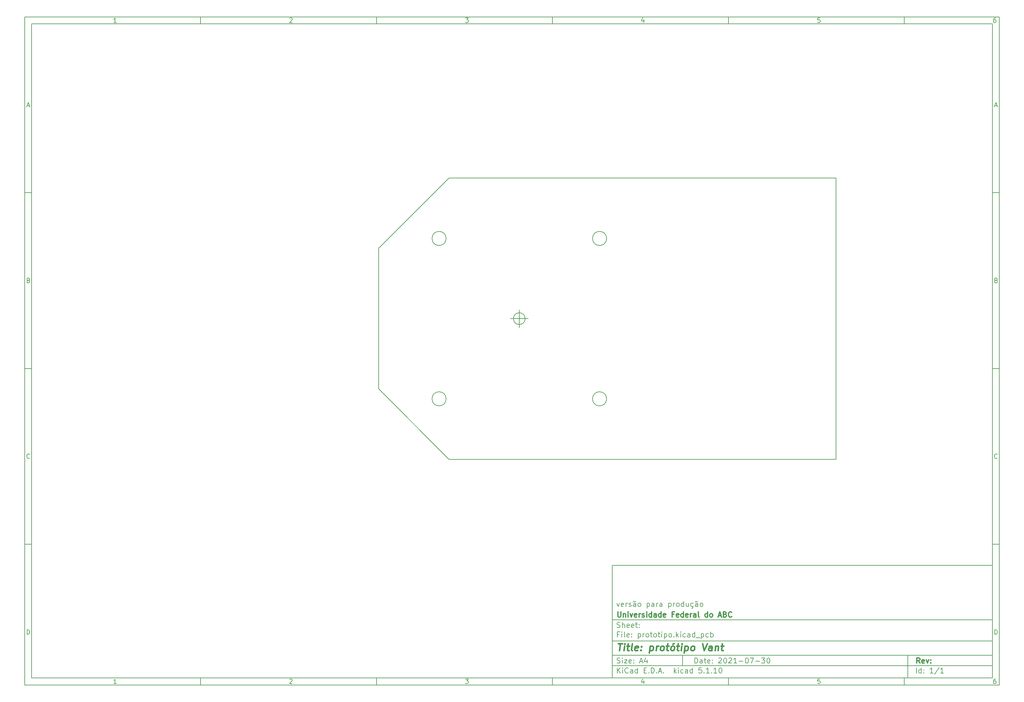
<source format=gbr>
%TF.GenerationSoftware,KiCad,Pcbnew,5.1.10*%
%TF.CreationDate,2021-08-11T12:17:18-03:00*%
%TF.ProjectId,prototipo,70726f74-6f74-4697-906f-2e6b69636164,rev?*%
%TF.SameCoordinates,Original*%
%TF.FileFunction,Profile,NP*%
%FSLAX46Y46*%
G04 Gerber Fmt 4.6, Leading zero omitted, Abs format (unit mm)*
G04 Created by KiCad (PCBNEW 5.1.10) date 2021-08-11 12:17:18*
%MOMM*%
%LPD*%
G01*
G04 APERTURE LIST*
%ADD10C,0.100000*%
%ADD11C,0.150000*%
%ADD12C,0.300000*%
%ADD13C,0.400000*%
%TA.AperFunction,Profile*%
%ADD14C,0.200000*%
%TD*%
G04 APERTURE END LIST*
D10*
D11*
X177002200Y-166007200D02*
X177002200Y-198007200D01*
X285002200Y-198007200D01*
X285002200Y-166007200D01*
X177002200Y-166007200D01*
D10*
D11*
X10000000Y-10000000D02*
X10000000Y-200007200D01*
X287002200Y-200007200D01*
X287002200Y-10000000D01*
X10000000Y-10000000D01*
D10*
D11*
X12000000Y-12000000D02*
X12000000Y-198007200D01*
X285002200Y-198007200D01*
X285002200Y-12000000D01*
X12000000Y-12000000D01*
D10*
D11*
X60000000Y-12000000D02*
X60000000Y-10000000D01*
D10*
D11*
X110000000Y-12000000D02*
X110000000Y-10000000D01*
D10*
D11*
X160000000Y-12000000D02*
X160000000Y-10000000D01*
D10*
D11*
X210000000Y-12000000D02*
X210000000Y-10000000D01*
D10*
D11*
X260000000Y-12000000D02*
X260000000Y-10000000D01*
D10*
D11*
X36065476Y-11588095D02*
X35322619Y-11588095D01*
X35694047Y-11588095D02*
X35694047Y-10288095D01*
X35570238Y-10473809D01*
X35446428Y-10597619D01*
X35322619Y-10659523D01*
D10*
D11*
X85322619Y-10411904D02*
X85384523Y-10350000D01*
X85508333Y-10288095D01*
X85817857Y-10288095D01*
X85941666Y-10350000D01*
X86003571Y-10411904D01*
X86065476Y-10535714D01*
X86065476Y-10659523D01*
X86003571Y-10845238D01*
X85260714Y-11588095D01*
X86065476Y-11588095D01*
D10*
D11*
X135260714Y-10288095D02*
X136065476Y-10288095D01*
X135632142Y-10783333D01*
X135817857Y-10783333D01*
X135941666Y-10845238D01*
X136003571Y-10907142D01*
X136065476Y-11030952D01*
X136065476Y-11340476D01*
X136003571Y-11464285D01*
X135941666Y-11526190D01*
X135817857Y-11588095D01*
X135446428Y-11588095D01*
X135322619Y-11526190D01*
X135260714Y-11464285D01*
D10*
D11*
X185941666Y-10721428D02*
X185941666Y-11588095D01*
X185632142Y-10226190D02*
X185322619Y-11154761D01*
X186127380Y-11154761D01*
D10*
D11*
X236003571Y-10288095D02*
X235384523Y-10288095D01*
X235322619Y-10907142D01*
X235384523Y-10845238D01*
X235508333Y-10783333D01*
X235817857Y-10783333D01*
X235941666Y-10845238D01*
X236003571Y-10907142D01*
X236065476Y-11030952D01*
X236065476Y-11340476D01*
X236003571Y-11464285D01*
X235941666Y-11526190D01*
X235817857Y-11588095D01*
X235508333Y-11588095D01*
X235384523Y-11526190D01*
X235322619Y-11464285D01*
D10*
D11*
X285941666Y-10288095D02*
X285694047Y-10288095D01*
X285570238Y-10350000D01*
X285508333Y-10411904D01*
X285384523Y-10597619D01*
X285322619Y-10845238D01*
X285322619Y-11340476D01*
X285384523Y-11464285D01*
X285446428Y-11526190D01*
X285570238Y-11588095D01*
X285817857Y-11588095D01*
X285941666Y-11526190D01*
X286003571Y-11464285D01*
X286065476Y-11340476D01*
X286065476Y-11030952D01*
X286003571Y-10907142D01*
X285941666Y-10845238D01*
X285817857Y-10783333D01*
X285570238Y-10783333D01*
X285446428Y-10845238D01*
X285384523Y-10907142D01*
X285322619Y-11030952D01*
D10*
D11*
X60000000Y-198007200D02*
X60000000Y-200007200D01*
D10*
D11*
X110000000Y-198007200D02*
X110000000Y-200007200D01*
D10*
D11*
X160000000Y-198007200D02*
X160000000Y-200007200D01*
D10*
D11*
X210000000Y-198007200D02*
X210000000Y-200007200D01*
D10*
D11*
X260000000Y-198007200D02*
X260000000Y-200007200D01*
D10*
D11*
X36065476Y-199595295D02*
X35322619Y-199595295D01*
X35694047Y-199595295D02*
X35694047Y-198295295D01*
X35570238Y-198481009D01*
X35446428Y-198604819D01*
X35322619Y-198666723D01*
D10*
D11*
X85322619Y-198419104D02*
X85384523Y-198357200D01*
X85508333Y-198295295D01*
X85817857Y-198295295D01*
X85941666Y-198357200D01*
X86003571Y-198419104D01*
X86065476Y-198542914D01*
X86065476Y-198666723D01*
X86003571Y-198852438D01*
X85260714Y-199595295D01*
X86065476Y-199595295D01*
D10*
D11*
X135260714Y-198295295D02*
X136065476Y-198295295D01*
X135632142Y-198790533D01*
X135817857Y-198790533D01*
X135941666Y-198852438D01*
X136003571Y-198914342D01*
X136065476Y-199038152D01*
X136065476Y-199347676D01*
X136003571Y-199471485D01*
X135941666Y-199533390D01*
X135817857Y-199595295D01*
X135446428Y-199595295D01*
X135322619Y-199533390D01*
X135260714Y-199471485D01*
D10*
D11*
X185941666Y-198728628D02*
X185941666Y-199595295D01*
X185632142Y-198233390D02*
X185322619Y-199161961D01*
X186127380Y-199161961D01*
D10*
D11*
X236003571Y-198295295D02*
X235384523Y-198295295D01*
X235322619Y-198914342D01*
X235384523Y-198852438D01*
X235508333Y-198790533D01*
X235817857Y-198790533D01*
X235941666Y-198852438D01*
X236003571Y-198914342D01*
X236065476Y-199038152D01*
X236065476Y-199347676D01*
X236003571Y-199471485D01*
X235941666Y-199533390D01*
X235817857Y-199595295D01*
X235508333Y-199595295D01*
X235384523Y-199533390D01*
X235322619Y-199471485D01*
D10*
D11*
X285941666Y-198295295D02*
X285694047Y-198295295D01*
X285570238Y-198357200D01*
X285508333Y-198419104D01*
X285384523Y-198604819D01*
X285322619Y-198852438D01*
X285322619Y-199347676D01*
X285384523Y-199471485D01*
X285446428Y-199533390D01*
X285570238Y-199595295D01*
X285817857Y-199595295D01*
X285941666Y-199533390D01*
X286003571Y-199471485D01*
X286065476Y-199347676D01*
X286065476Y-199038152D01*
X286003571Y-198914342D01*
X285941666Y-198852438D01*
X285817857Y-198790533D01*
X285570238Y-198790533D01*
X285446428Y-198852438D01*
X285384523Y-198914342D01*
X285322619Y-199038152D01*
D10*
D11*
X10000000Y-60000000D02*
X12000000Y-60000000D01*
D10*
D11*
X10000000Y-110000000D02*
X12000000Y-110000000D01*
D10*
D11*
X10000000Y-160000000D02*
X12000000Y-160000000D01*
D10*
D11*
X10690476Y-35216666D02*
X11309523Y-35216666D01*
X10566666Y-35588095D02*
X11000000Y-34288095D01*
X11433333Y-35588095D01*
D10*
D11*
X11092857Y-84907142D02*
X11278571Y-84969047D01*
X11340476Y-85030952D01*
X11402380Y-85154761D01*
X11402380Y-85340476D01*
X11340476Y-85464285D01*
X11278571Y-85526190D01*
X11154761Y-85588095D01*
X10659523Y-85588095D01*
X10659523Y-84288095D01*
X11092857Y-84288095D01*
X11216666Y-84350000D01*
X11278571Y-84411904D01*
X11340476Y-84535714D01*
X11340476Y-84659523D01*
X11278571Y-84783333D01*
X11216666Y-84845238D01*
X11092857Y-84907142D01*
X10659523Y-84907142D01*
D10*
D11*
X11402380Y-135464285D02*
X11340476Y-135526190D01*
X11154761Y-135588095D01*
X11030952Y-135588095D01*
X10845238Y-135526190D01*
X10721428Y-135402380D01*
X10659523Y-135278571D01*
X10597619Y-135030952D01*
X10597619Y-134845238D01*
X10659523Y-134597619D01*
X10721428Y-134473809D01*
X10845238Y-134350000D01*
X11030952Y-134288095D01*
X11154761Y-134288095D01*
X11340476Y-134350000D01*
X11402380Y-134411904D01*
D10*
D11*
X10659523Y-185588095D02*
X10659523Y-184288095D01*
X10969047Y-184288095D01*
X11154761Y-184350000D01*
X11278571Y-184473809D01*
X11340476Y-184597619D01*
X11402380Y-184845238D01*
X11402380Y-185030952D01*
X11340476Y-185278571D01*
X11278571Y-185402380D01*
X11154761Y-185526190D01*
X10969047Y-185588095D01*
X10659523Y-185588095D01*
D10*
D11*
X287002200Y-60000000D02*
X285002200Y-60000000D01*
D10*
D11*
X287002200Y-110000000D02*
X285002200Y-110000000D01*
D10*
D11*
X287002200Y-160000000D02*
X285002200Y-160000000D01*
D10*
D11*
X285692676Y-35216666D02*
X286311723Y-35216666D01*
X285568866Y-35588095D02*
X286002200Y-34288095D01*
X286435533Y-35588095D01*
D10*
D11*
X286095057Y-84907142D02*
X286280771Y-84969047D01*
X286342676Y-85030952D01*
X286404580Y-85154761D01*
X286404580Y-85340476D01*
X286342676Y-85464285D01*
X286280771Y-85526190D01*
X286156961Y-85588095D01*
X285661723Y-85588095D01*
X285661723Y-84288095D01*
X286095057Y-84288095D01*
X286218866Y-84350000D01*
X286280771Y-84411904D01*
X286342676Y-84535714D01*
X286342676Y-84659523D01*
X286280771Y-84783333D01*
X286218866Y-84845238D01*
X286095057Y-84907142D01*
X285661723Y-84907142D01*
D10*
D11*
X286404580Y-135464285D02*
X286342676Y-135526190D01*
X286156961Y-135588095D01*
X286033152Y-135588095D01*
X285847438Y-135526190D01*
X285723628Y-135402380D01*
X285661723Y-135278571D01*
X285599819Y-135030952D01*
X285599819Y-134845238D01*
X285661723Y-134597619D01*
X285723628Y-134473809D01*
X285847438Y-134350000D01*
X286033152Y-134288095D01*
X286156961Y-134288095D01*
X286342676Y-134350000D01*
X286404580Y-134411904D01*
D10*
D11*
X285661723Y-185588095D02*
X285661723Y-184288095D01*
X285971247Y-184288095D01*
X286156961Y-184350000D01*
X286280771Y-184473809D01*
X286342676Y-184597619D01*
X286404580Y-184845238D01*
X286404580Y-185030952D01*
X286342676Y-185278571D01*
X286280771Y-185402380D01*
X286156961Y-185526190D01*
X285971247Y-185588095D01*
X285661723Y-185588095D01*
D10*
D11*
X200434342Y-193785771D02*
X200434342Y-192285771D01*
X200791485Y-192285771D01*
X201005771Y-192357200D01*
X201148628Y-192500057D01*
X201220057Y-192642914D01*
X201291485Y-192928628D01*
X201291485Y-193142914D01*
X201220057Y-193428628D01*
X201148628Y-193571485D01*
X201005771Y-193714342D01*
X200791485Y-193785771D01*
X200434342Y-193785771D01*
X202577200Y-193785771D02*
X202577200Y-193000057D01*
X202505771Y-192857200D01*
X202362914Y-192785771D01*
X202077200Y-192785771D01*
X201934342Y-192857200D01*
X202577200Y-193714342D02*
X202434342Y-193785771D01*
X202077200Y-193785771D01*
X201934342Y-193714342D01*
X201862914Y-193571485D01*
X201862914Y-193428628D01*
X201934342Y-193285771D01*
X202077200Y-193214342D01*
X202434342Y-193214342D01*
X202577200Y-193142914D01*
X203077200Y-192785771D02*
X203648628Y-192785771D01*
X203291485Y-192285771D02*
X203291485Y-193571485D01*
X203362914Y-193714342D01*
X203505771Y-193785771D01*
X203648628Y-193785771D01*
X204720057Y-193714342D02*
X204577200Y-193785771D01*
X204291485Y-193785771D01*
X204148628Y-193714342D01*
X204077200Y-193571485D01*
X204077200Y-193000057D01*
X204148628Y-192857200D01*
X204291485Y-192785771D01*
X204577200Y-192785771D01*
X204720057Y-192857200D01*
X204791485Y-193000057D01*
X204791485Y-193142914D01*
X204077200Y-193285771D01*
X205434342Y-193642914D02*
X205505771Y-193714342D01*
X205434342Y-193785771D01*
X205362914Y-193714342D01*
X205434342Y-193642914D01*
X205434342Y-193785771D01*
X205434342Y-192857200D02*
X205505771Y-192928628D01*
X205434342Y-193000057D01*
X205362914Y-192928628D01*
X205434342Y-192857200D01*
X205434342Y-193000057D01*
X207220057Y-192428628D02*
X207291485Y-192357200D01*
X207434342Y-192285771D01*
X207791485Y-192285771D01*
X207934342Y-192357200D01*
X208005771Y-192428628D01*
X208077200Y-192571485D01*
X208077200Y-192714342D01*
X208005771Y-192928628D01*
X207148628Y-193785771D01*
X208077200Y-193785771D01*
X209005771Y-192285771D02*
X209148628Y-192285771D01*
X209291485Y-192357200D01*
X209362914Y-192428628D01*
X209434342Y-192571485D01*
X209505771Y-192857200D01*
X209505771Y-193214342D01*
X209434342Y-193500057D01*
X209362914Y-193642914D01*
X209291485Y-193714342D01*
X209148628Y-193785771D01*
X209005771Y-193785771D01*
X208862914Y-193714342D01*
X208791485Y-193642914D01*
X208720057Y-193500057D01*
X208648628Y-193214342D01*
X208648628Y-192857200D01*
X208720057Y-192571485D01*
X208791485Y-192428628D01*
X208862914Y-192357200D01*
X209005771Y-192285771D01*
X210077200Y-192428628D02*
X210148628Y-192357200D01*
X210291485Y-192285771D01*
X210648628Y-192285771D01*
X210791485Y-192357200D01*
X210862914Y-192428628D01*
X210934342Y-192571485D01*
X210934342Y-192714342D01*
X210862914Y-192928628D01*
X210005771Y-193785771D01*
X210934342Y-193785771D01*
X212362914Y-193785771D02*
X211505771Y-193785771D01*
X211934342Y-193785771D02*
X211934342Y-192285771D01*
X211791485Y-192500057D01*
X211648628Y-192642914D01*
X211505771Y-192714342D01*
X213005771Y-193214342D02*
X214148628Y-193214342D01*
X215148628Y-192285771D02*
X215291485Y-192285771D01*
X215434342Y-192357200D01*
X215505771Y-192428628D01*
X215577200Y-192571485D01*
X215648628Y-192857200D01*
X215648628Y-193214342D01*
X215577200Y-193500057D01*
X215505771Y-193642914D01*
X215434342Y-193714342D01*
X215291485Y-193785771D01*
X215148628Y-193785771D01*
X215005771Y-193714342D01*
X214934342Y-193642914D01*
X214862914Y-193500057D01*
X214791485Y-193214342D01*
X214791485Y-192857200D01*
X214862914Y-192571485D01*
X214934342Y-192428628D01*
X215005771Y-192357200D01*
X215148628Y-192285771D01*
X216148628Y-192285771D02*
X217148628Y-192285771D01*
X216505771Y-193785771D01*
X217720057Y-193214342D02*
X218862914Y-193214342D01*
X219434342Y-192285771D02*
X220362914Y-192285771D01*
X219862914Y-192857200D01*
X220077200Y-192857200D01*
X220220057Y-192928628D01*
X220291485Y-193000057D01*
X220362914Y-193142914D01*
X220362914Y-193500057D01*
X220291485Y-193642914D01*
X220220057Y-193714342D01*
X220077200Y-193785771D01*
X219648628Y-193785771D01*
X219505771Y-193714342D01*
X219434342Y-193642914D01*
X221291485Y-192285771D02*
X221434342Y-192285771D01*
X221577200Y-192357200D01*
X221648628Y-192428628D01*
X221720057Y-192571485D01*
X221791485Y-192857200D01*
X221791485Y-193214342D01*
X221720057Y-193500057D01*
X221648628Y-193642914D01*
X221577200Y-193714342D01*
X221434342Y-193785771D01*
X221291485Y-193785771D01*
X221148628Y-193714342D01*
X221077200Y-193642914D01*
X221005771Y-193500057D01*
X220934342Y-193214342D01*
X220934342Y-192857200D01*
X221005771Y-192571485D01*
X221077200Y-192428628D01*
X221148628Y-192357200D01*
X221291485Y-192285771D01*
D10*
D11*
X177002200Y-194507200D02*
X285002200Y-194507200D01*
D10*
D11*
X178434342Y-196585771D02*
X178434342Y-195085771D01*
X179291485Y-196585771D02*
X178648628Y-195728628D01*
X179291485Y-195085771D02*
X178434342Y-195942914D01*
X179934342Y-196585771D02*
X179934342Y-195585771D01*
X179934342Y-195085771D02*
X179862914Y-195157200D01*
X179934342Y-195228628D01*
X180005771Y-195157200D01*
X179934342Y-195085771D01*
X179934342Y-195228628D01*
X181505771Y-196442914D02*
X181434342Y-196514342D01*
X181220057Y-196585771D01*
X181077200Y-196585771D01*
X180862914Y-196514342D01*
X180720057Y-196371485D01*
X180648628Y-196228628D01*
X180577200Y-195942914D01*
X180577200Y-195728628D01*
X180648628Y-195442914D01*
X180720057Y-195300057D01*
X180862914Y-195157200D01*
X181077200Y-195085771D01*
X181220057Y-195085771D01*
X181434342Y-195157200D01*
X181505771Y-195228628D01*
X182791485Y-196585771D02*
X182791485Y-195800057D01*
X182720057Y-195657200D01*
X182577200Y-195585771D01*
X182291485Y-195585771D01*
X182148628Y-195657200D01*
X182791485Y-196514342D02*
X182648628Y-196585771D01*
X182291485Y-196585771D01*
X182148628Y-196514342D01*
X182077200Y-196371485D01*
X182077200Y-196228628D01*
X182148628Y-196085771D01*
X182291485Y-196014342D01*
X182648628Y-196014342D01*
X182791485Y-195942914D01*
X184148628Y-196585771D02*
X184148628Y-195085771D01*
X184148628Y-196514342D02*
X184005771Y-196585771D01*
X183720057Y-196585771D01*
X183577200Y-196514342D01*
X183505771Y-196442914D01*
X183434342Y-196300057D01*
X183434342Y-195871485D01*
X183505771Y-195728628D01*
X183577200Y-195657200D01*
X183720057Y-195585771D01*
X184005771Y-195585771D01*
X184148628Y-195657200D01*
X186005771Y-195800057D02*
X186505771Y-195800057D01*
X186720057Y-196585771D02*
X186005771Y-196585771D01*
X186005771Y-195085771D01*
X186720057Y-195085771D01*
X187362914Y-196442914D02*
X187434342Y-196514342D01*
X187362914Y-196585771D01*
X187291485Y-196514342D01*
X187362914Y-196442914D01*
X187362914Y-196585771D01*
X188077200Y-196585771D02*
X188077200Y-195085771D01*
X188434342Y-195085771D01*
X188648628Y-195157200D01*
X188791485Y-195300057D01*
X188862914Y-195442914D01*
X188934342Y-195728628D01*
X188934342Y-195942914D01*
X188862914Y-196228628D01*
X188791485Y-196371485D01*
X188648628Y-196514342D01*
X188434342Y-196585771D01*
X188077200Y-196585771D01*
X189577200Y-196442914D02*
X189648628Y-196514342D01*
X189577200Y-196585771D01*
X189505771Y-196514342D01*
X189577200Y-196442914D01*
X189577200Y-196585771D01*
X190220057Y-196157200D02*
X190934342Y-196157200D01*
X190077200Y-196585771D02*
X190577200Y-195085771D01*
X191077200Y-196585771D01*
X191577200Y-196442914D02*
X191648628Y-196514342D01*
X191577200Y-196585771D01*
X191505771Y-196514342D01*
X191577200Y-196442914D01*
X191577200Y-196585771D01*
X194577200Y-196585771D02*
X194577200Y-195085771D01*
X194720057Y-196014342D02*
X195148628Y-196585771D01*
X195148628Y-195585771D02*
X194577200Y-196157200D01*
X195791485Y-196585771D02*
X195791485Y-195585771D01*
X195791485Y-195085771D02*
X195720057Y-195157200D01*
X195791485Y-195228628D01*
X195862914Y-195157200D01*
X195791485Y-195085771D01*
X195791485Y-195228628D01*
X197148628Y-196514342D02*
X197005771Y-196585771D01*
X196720057Y-196585771D01*
X196577200Y-196514342D01*
X196505771Y-196442914D01*
X196434342Y-196300057D01*
X196434342Y-195871485D01*
X196505771Y-195728628D01*
X196577200Y-195657200D01*
X196720057Y-195585771D01*
X197005771Y-195585771D01*
X197148628Y-195657200D01*
X198434342Y-196585771D02*
X198434342Y-195800057D01*
X198362914Y-195657200D01*
X198220057Y-195585771D01*
X197934342Y-195585771D01*
X197791485Y-195657200D01*
X198434342Y-196514342D02*
X198291485Y-196585771D01*
X197934342Y-196585771D01*
X197791485Y-196514342D01*
X197720057Y-196371485D01*
X197720057Y-196228628D01*
X197791485Y-196085771D01*
X197934342Y-196014342D01*
X198291485Y-196014342D01*
X198434342Y-195942914D01*
X199791485Y-196585771D02*
X199791485Y-195085771D01*
X199791485Y-196514342D02*
X199648628Y-196585771D01*
X199362914Y-196585771D01*
X199220057Y-196514342D01*
X199148628Y-196442914D01*
X199077200Y-196300057D01*
X199077200Y-195871485D01*
X199148628Y-195728628D01*
X199220057Y-195657200D01*
X199362914Y-195585771D01*
X199648628Y-195585771D01*
X199791485Y-195657200D01*
X202362914Y-195085771D02*
X201648628Y-195085771D01*
X201577200Y-195800057D01*
X201648628Y-195728628D01*
X201791485Y-195657200D01*
X202148628Y-195657200D01*
X202291485Y-195728628D01*
X202362914Y-195800057D01*
X202434342Y-195942914D01*
X202434342Y-196300057D01*
X202362914Y-196442914D01*
X202291485Y-196514342D01*
X202148628Y-196585771D01*
X201791485Y-196585771D01*
X201648628Y-196514342D01*
X201577200Y-196442914D01*
X203077200Y-196442914D02*
X203148628Y-196514342D01*
X203077200Y-196585771D01*
X203005771Y-196514342D01*
X203077200Y-196442914D01*
X203077200Y-196585771D01*
X204577200Y-196585771D02*
X203720057Y-196585771D01*
X204148628Y-196585771D02*
X204148628Y-195085771D01*
X204005771Y-195300057D01*
X203862914Y-195442914D01*
X203720057Y-195514342D01*
X205220057Y-196442914D02*
X205291485Y-196514342D01*
X205220057Y-196585771D01*
X205148628Y-196514342D01*
X205220057Y-196442914D01*
X205220057Y-196585771D01*
X206720057Y-196585771D02*
X205862914Y-196585771D01*
X206291485Y-196585771D02*
X206291485Y-195085771D01*
X206148628Y-195300057D01*
X206005771Y-195442914D01*
X205862914Y-195514342D01*
X207648628Y-195085771D02*
X207791485Y-195085771D01*
X207934342Y-195157200D01*
X208005771Y-195228628D01*
X208077200Y-195371485D01*
X208148628Y-195657200D01*
X208148628Y-196014342D01*
X208077200Y-196300057D01*
X208005771Y-196442914D01*
X207934342Y-196514342D01*
X207791485Y-196585771D01*
X207648628Y-196585771D01*
X207505771Y-196514342D01*
X207434342Y-196442914D01*
X207362914Y-196300057D01*
X207291485Y-196014342D01*
X207291485Y-195657200D01*
X207362914Y-195371485D01*
X207434342Y-195228628D01*
X207505771Y-195157200D01*
X207648628Y-195085771D01*
D10*
D11*
X177002200Y-191507200D02*
X285002200Y-191507200D01*
D10*
D12*
X264411485Y-193785771D02*
X263911485Y-193071485D01*
X263554342Y-193785771D02*
X263554342Y-192285771D01*
X264125771Y-192285771D01*
X264268628Y-192357200D01*
X264340057Y-192428628D01*
X264411485Y-192571485D01*
X264411485Y-192785771D01*
X264340057Y-192928628D01*
X264268628Y-193000057D01*
X264125771Y-193071485D01*
X263554342Y-193071485D01*
X265625771Y-193714342D02*
X265482914Y-193785771D01*
X265197200Y-193785771D01*
X265054342Y-193714342D01*
X264982914Y-193571485D01*
X264982914Y-193000057D01*
X265054342Y-192857200D01*
X265197200Y-192785771D01*
X265482914Y-192785771D01*
X265625771Y-192857200D01*
X265697200Y-193000057D01*
X265697200Y-193142914D01*
X264982914Y-193285771D01*
X266197200Y-192785771D02*
X266554342Y-193785771D01*
X266911485Y-192785771D01*
X267482914Y-193642914D02*
X267554342Y-193714342D01*
X267482914Y-193785771D01*
X267411485Y-193714342D01*
X267482914Y-193642914D01*
X267482914Y-193785771D01*
X267482914Y-192857200D02*
X267554342Y-192928628D01*
X267482914Y-193000057D01*
X267411485Y-192928628D01*
X267482914Y-192857200D01*
X267482914Y-193000057D01*
D10*
D11*
X178362914Y-193714342D02*
X178577200Y-193785771D01*
X178934342Y-193785771D01*
X179077200Y-193714342D01*
X179148628Y-193642914D01*
X179220057Y-193500057D01*
X179220057Y-193357200D01*
X179148628Y-193214342D01*
X179077200Y-193142914D01*
X178934342Y-193071485D01*
X178648628Y-193000057D01*
X178505771Y-192928628D01*
X178434342Y-192857200D01*
X178362914Y-192714342D01*
X178362914Y-192571485D01*
X178434342Y-192428628D01*
X178505771Y-192357200D01*
X178648628Y-192285771D01*
X179005771Y-192285771D01*
X179220057Y-192357200D01*
X179862914Y-193785771D02*
X179862914Y-192785771D01*
X179862914Y-192285771D02*
X179791485Y-192357200D01*
X179862914Y-192428628D01*
X179934342Y-192357200D01*
X179862914Y-192285771D01*
X179862914Y-192428628D01*
X180434342Y-192785771D02*
X181220057Y-192785771D01*
X180434342Y-193785771D01*
X181220057Y-193785771D01*
X182362914Y-193714342D02*
X182220057Y-193785771D01*
X181934342Y-193785771D01*
X181791485Y-193714342D01*
X181720057Y-193571485D01*
X181720057Y-193000057D01*
X181791485Y-192857200D01*
X181934342Y-192785771D01*
X182220057Y-192785771D01*
X182362914Y-192857200D01*
X182434342Y-193000057D01*
X182434342Y-193142914D01*
X181720057Y-193285771D01*
X183077200Y-193642914D02*
X183148628Y-193714342D01*
X183077200Y-193785771D01*
X183005771Y-193714342D01*
X183077200Y-193642914D01*
X183077200Y-193785771D01*
X183077200Y-192857200D02*
X183148628Y-192928628D01*
X183077200Y-193000057D01*
X183005771Y-192928628D01*
X183077200Y-192857200D01*
X183077200Y-193000057D01*
X184862914Y-193357200D02*
X185577200Y-193357200D01*
X184720057Y-193785771D02*
X185220057Y-192285771D01*
X185720057Y-193785771D01*
X186862914Y-192785771D02*
X186862914Y-193785771D01*
X186505771Y-192214342D02*
X186148628Y-193285771D01*
X187077200Y-193285771D01*
D10*
D11*
X263434342Y-196585771D02*
X263434342Y-195085771D01*
X264791485Y-196585771D02*
X264791485Y-195085771D01*
X264791485Y-196514342D02*
X264648628Y-196585771D01*
X264362914Y-196585771D01*
X264220057Y-196514342D01*
X264148628Y-196442914D01*
X264077200Y-196300057D01*
X264077200Y-195871485D01*
X264148628Y-195728628D01*
X264220057Y-195657200D01*
X264362914Y-195585771D01*
X264648628Y-195585771D01*
X264791485Y-195657200D01*
X265505771Y-196442914D02*
X265577200Y-196514342D01*
X265505771Y-196585771D01*
X265434342Y-196514342D01*
X265505771Y-196442914D01*
X265505771Y-196585771D01*
X265505771Y-195657200D02*
X265577200Y-195728628D01*
X265505771Y-195800057D01*
X265434342Y-195728628D01*
X265505771Y-195657200D01*
X265505771Y-195800057D01*
X268148628Y-196585771D02*
X267291485Y-196585771D01*
X267720057Y-196585771D02*
X267720057Y-195085771D01*
X267577200Y-195300057D01*
X267434342Y-195442914D01*
X267291485Y-195514342D01*
X269862914Y-195014342D02*
X268577200Y-196942914D01*
X271148628Y-196585771D02*
X270291485Y-196585771D01*
X270720057Y-196585771D02*
X270720057Y-195085771D01*
X270577200Y-195300057D01*
X270434342Y-195442914D01*
X270291485Y-195514342D01*
D10*
D11*
X177002200Y-187507200D02*
X285002200Y-187507200D01*
D10*
D13*
X178714580Y-188211961D02*
X179857438Y-188211961D01*
X179036009Y-190211961D02*
X179286009Y-188211961D01*
X180274104Y-190211961D02*
X180440771Y-188878628D01*
X180524104Y-188211961D02*
X180416961Y-188307200D01*
X180500295Y-188402438D01*
X180607438Y-188307200D01*
X180524104Y-188211961D01*
X180500295Y-188402438D01*
X181107438Y-188878628D02*
X181869342Y-188878628D01*
X181476485Y-188211961D02*
X181262200Y-189926247D01*
X181333628Y-190116723D01*
X181512200Y-190211961D01*
X181702676Y-190211961D01*
X182655057Y-190211961D02*
X182476485Y-190116723D01*
X182405057Y-189926247D01*
X182619342Y-188211961D01*
X184190771Y-190116723D02*
X183988390Y-190211961D01*
X183607438Y-190211961D01*
X183428866Y-190116723D01*
X183357438Y-189926247D01*
X183452676Y-189164342D01*
X183571723Y-188973866D01*
X183774104Y-188878628D01*
X184155057Y-188878628D01*
X184333628Y-188973866D01*
X184405057Y-189164342D01*
X184381247Y-189354819D01*
X183405057Y-189545295D01*
X185155057Y-190021485D02*
X185238390Y-190116723D01*
X185131247Y-190211961D01*
X185047914Y-190116723D01*
X185155057Y-190021485D01*
X185131247Y-190211961D01*
X185286009Y-188973866D02*
X185369342Y-189069104D01*
X185262200Y-189164342D01*
X185178866Y-189069104D01*
X185286009Y-188973866D01*
X185262200Y-189164342D01*
X187774104Y-188878628D02*
X187524104Y-190878628D01*
X187762200Y-188973866D02*
X187964580Y-188878628D01*
X188345533Y-188878628D01*
X188524104Y-188973866D01*
X188607438Y-189069104D01*
X188678866Y-189259580D01*
X188607438Y-189831009D01*
X188488390Y-190021485D01*
X188381247Y-190116723D01*
X188178866Y-190211961D01*
X187797914Y-190211961D01*
X187619342Y-190116723D01*
X189416961Y-190211961D02*
X189583628Y-188878628D01*
X189536009Y-189259580D02*
X189655057Y-189069104D01*
X189762200Y-188973866D01*
X189964580Y-188878628D01*
X190155057Y-188878628D01*
X190940771Y-190211961D02*
X190762200Y-190116723D01*
X190678866Y-190021485D01*
X190607438Y-189831009D01*
X190678866Y-189259580D01*
X190797914Y-189069104D01*
X190905057Y-188973866D01*
X191107438Y-188878628D01*
X191393152Y-188878628D01*
X191571723Y-188973866D01*
X191655057Y-189069104D01*
X191726485Y-189259580D01*
X191655057Y-189831009D01*
X191536009Y-190021485D01*
X191428866Y-190116723D01*
X191226485Y-190211961D01*
X190940771Y-190211961D01*
X192345533Y-188878628D02*
X193107438Y-188878628D01*
X192714580Y-188211961D02*
X192500295Y-189926247D01*
X192571723Y-190116723D01*
X192750295Y-190211961D01*
X192940771Y-190211961D01*
X193893152Y-190211961D02*
X193714580Y-190116723D01*
X193631247Y-190021485D01*
X193559819Y-189831009D01*
X193631247Y-189259580D01*
X193750295Y-189069104D01*
X193857438Y-188973866D01*
X194059819Y-188878628D01*
X194345533Y-188878628D01*
X194524104Y-188973866D01*
X194607438Y-189069104D01*
X194678866Y-189259580D01*
X194607438Y-189831009D01*
X194488390Y-190021485D01*
X194381247Y-190116723D01*
X194178866Y-190211961D01*
X193893152Y-190211961D01*
X194536009Y-188116723D02*
X194214580Y-188402438D01*
X195297914Y-188878628D02*
X196059819Y-188878628D01*
X195666961Y-188211961D02*
X195452676Y-189926247D01*
X195524104Y-190116723D01*
X195702676Y-190211961D01*
X195893152Y-190211961D01*
X196559819Y-190211961D02*
X196726485Y-188878628D01*
X196809819Y-188211961D02*
X196702676Y-188307200D01*
X196786009Y-188402438D01*
X196893152Y-188307200D01*
X196809819Y-188211961D01*
X196786009Y-188402438D01*
X197678866Y-188878628D02*
X197428866Y-190878628D01*
X197666961Y-188973866D02*
X197869342Y-188878628D01*
X198250295Y-188878628D01*
X198428866Y-188973866D01*
X198512200Y-189069104D01*
X198583628Y-189259580D01*
X198512200Y-189831009D01*
X198393152Y-190021485D01*
X198286009Y-190116723D01*
X198083628Y-190211961D01*
X197702676Y-190211961D01*
X197524104Y-190116723D01*
X199607438Y-190211961D02*
X199428866Y-190116723D01*
X199345533Y-190021485D01*
X199274104Y-189831009D01*
X199345533Y-189259580D01*
X199464580Y-189069104D01*
X199571723Y-188973866D01*
X199774104Y-188878628D01*
X200059819Y-188878628D01*
X200238390Y-188973866D01*
X200321723Y-189069104D01*
X200393152Y-189259580D01*
X200321723Y-189831009D01*
X200202676Y-190021485D01*
X200095533Y-190116723D01*
X199893152Y-190211961D01*
X199607438Y-190211961D01*
X202619342Y-188211961D02*
X203036009Y-190211961D01*
X203952676Y-188211961D01*
X205226485Y-190211961D02*
X205357438Y-189164342D01*
X205286009Y-188973866D01*
X205107438Y-188878628D01*
X204726485Y-188878628D01*
X204524104Y-188973866D01*
X205238390Y-190116723D02*
X205036009Y-190211961D01*
X204559819Y-190211961D01*
X204381247Y-190116723D01*
X204309819Y-189926247D01*
X204333628Y-189735771D01*
X204452676Y-189545295D01*
X204655057Y-189450057D01*
X205131247Y-189450057D01*
X205333628Y-189354819D01*
X206345533Y-188878628D02*
X206178866Y-190211961D01*
X206321723Y-189069104D02*
X206428866Y-188973866D01*
X206631247Y-188878628D01*
X206916961Y-188878628D01*
X207095533Y-188973866D01*
X207166961Y-189164342D01*
X207036009Y-190211961D01*
X207869342Y-188878628D02*
X208631247Y-188878628D01*
X208238390Y-188211961D02*
X208024104Y-189926247D01*
X208095533Y-190116723D01*
X208274104Y-190211961D01*
X208464580Y-190211961D01*
D10*
D11*
X178934342Y-185600057D02*
X178434342Y-185600057D01*
X178434342Y-186385771D02*
X178434342Y-184885771D01*
X179148628Y-184885771D01*
X179720057Y-186385771D02*
X179720057Y-185385771D01*
X179720057Y-184885771D02*
X179648628Y-184957200D01*
X179720057Y-185028628D01*
X179791485Y-184957200D01*
X179720057Y-184885771D01*
X179720057Y-185028628D01*
X180648628Y-186385771D02*
X180505771Y-186314342D01*
X180434342Y-186171485D01*
X180434342Y-184885771D01*
X181791485Y-186314342D02*
X181648628Y-186385771D01*
X181362914Y-186385771D01*
X181220057Y-186314342D01*
X181148628Y-186171485D01*
X181148628Y-185600057D01*
X181220057Y-185457200D01*
X181362914Y-185385771D01*
X181648628Y-185385771D01*
X181791485Y-185457200D01*
X181862914Y-185600057D01*
X181862914Y-185742914D01*
X181148628Y-185885771D01*
X182505771Y-186242914D02*
X182577200Y-186314342D01*
X182505771Y-186385771D01*
X182434342Y-186314342D01*
X182505771Y-186242914D01*
X182505771Y-186385771D01*
X182505771Y-185457200D02*
X182577200Y-185528628D01*
X182505771Y-185600057D01*
X182434342Y-185528628D01*
X182505771Y-185457200D01*
X182505771Y-185600057D01*
X184362914Y-185385771D02*
X184362914Y-186885771D01*
X184362914Y-185457200D02*
X184505771Y-185385771D01*
X184791485Y-185385771D01*
X184934342Y-185457200D01*
X185005771Y-185528628D01*
X185077200Y-185671485D01*
X185077200Y-186100057D01*
X185005771Y-186242914D01*
X184934342Y-186314342D01*
X184791485Y-186385771D01*
X184505771Y-186385771D01*
X184362914Y-186314342D01*
X185720057Y-186385771D02*
X185720057Y-185385771D01*
X185720057Y-185671485D02*
X185791485Y-185528628D01*
X185862914Y-185457200D01*
X186005771Y-185385771D01*
X186148628Y-185385771D01*
X186862914Y-186385771D02*
X186720057Y-186314342D01*
X186648628Y-186242914D01*
X186577200Y-186100057D01*
X186577200Y-185671485D01*
X186648628Y-185528628D01*
X186720057Y-185457200D01*
X186862914Y-185385771D01*
X187077200Y-185385771D01*
X187220057Y-185457200D01*
X187291485Y-185528628D01*
X187362914Y-185671485D01*
X187362914Y-186100057D01*
X187291485Y-186242914D01*
X187220057Y-186314342D01*
X187077200Y-186385771D01*
X186862914Y-186385771D01*
X187791485Y-185385771D02*
X188362914Y-185385771D01*
X188005771Y-184885771D02*
X188005771Y-186171485D01*
X188077200Y-186314342D01*
X188220057Y-186385771D01*
X188362914Y-186385771D01*
X189077200Y-186385771D02*
X188934342Y-186314342D01*
X188862914Y-186242914D01*
X188791485Y-186100057D01*
X188791485Y-185671485D01*
X188862914Y-185528628D01*
X188934342Y-185457200D01*
X189077200Y-185385771D01*
X189291485Y-185385771D01*
X189434342Y-185457200D01*
X189505771Y-185528628D01*
X189577200Y-185671485D01*
X189577200Y-186100057D01*
X189505771Y-186242914D01*
X189434342Y-186314342D01*
X189291485Y-186385771D01*
X189077200Y-186385771D01*
X190005771Y-185385771D02*
X190577200Y-185385771D01*
X190220057Y-184885771D02*
X190220057Y-186171485D01*
X190291485Y-186314342D01*
X190434342Y-186385771D01*
X190577200Y-186385771D01*
X191077200Y-186385771D02*
X191077200Y-185385771D01*
X191077200Y-184885771D02*
X191005771Y-184957200D01*
X191077200Y-185028628D01*
X191148628Y-184957200D01*
X191077200Y-184885771D01*
X191077200Y-185028628D01*
X191791485Y-185385771D02*
X191791485Y-186885771D01*
X191791485Y-185457200D02*
X191934342Y-185385771D01*
X192220057Y-185385771D01*
X192362914Y-185457200D01*
X192434342Y-185528628D01*
X192505771Y-185671485D01*
X192505771Y-186100057D01*
X192434342Y-186242914D01*
X192362914Y-186314342D01*
X192220057Y-186385771D01*
X191934342Y-186385771D01*
X191791485Y-186314342D01*
X193362914Y-186385771D02*
X193220057Y-186314342D01*
X193148628Y-186242914D01*
X193077200Y-186100057D01*
X193077200Y-185671485D01*
X193148628Y-185528628D01*
X193220057Y-185457200D01*
X193362914Y-185385771D01*
X193577200Y-185385771D01*
X193720057Y-185457200D01*
X193791485Y-185528628D01*
X193862914Y-185671485D01*
X193862914Y-186100057D01*
X193791485Y-186242914D01*
X193720057Y-186314342D01*
X193577200Y-186385771D01*
X193362914Y-186385771D01*
X194505771Y-186242914D02*
X194577200Y-186314342D01*
X194505771Y-186385771D01*
X194434342Y-186314342D01*
X194505771Y-186242914D01*
X194505771Y-186385771D01*
X195220057Y-186385771D02*
X195220057Y-184885771D01*
X195362914Y-185814342D02*
X195791485Y-186385771D01*
X195791485Y-185385771D02*
X195220057Y-185957200D01*
X196434342Y-186385771D02*
X196434342Y-185385771D01*
X196434342Y-184885771D02*
X196362914Y-184957200D01*
X196434342Y-185028628D01*
X196505771Y-184957200D01*
X196434342Y-184885771D01*
X196434342Y-185028628D01*
X197791485Y-186314342D02*
X197648628Y-186385771D01*
X197362914Y-186385771D01*
X197220057Y-186314342D01*
X197148628Y-186242914D01*
X197077200Y-186100057D01*
X197077200Y-185671485D01*
X197148628Y-185528628D01*
X197220057Y-185457200D01*
X197362914Y-185385771D01*
X197648628Y-185385771D01*
X197791485Y-185457200D01*
X199077200Y-186385771D02*
X199077200Y-185600057D01*
X199005771Y-185457200D01*
X198862914Y-185385771D01*
X198577200Y-185385771D01*
X198434342Y-185457200D01*
X199077200Y-186314342D02*
X198934342Y-186385771D01*
X198577200Y-186385771D01*
X198434342Y-186314342D01*
X198362914Y-186171485D01*
X198362914Y-186028628D01*
X198434342Y-185885771D01*
X198577200Y-185814342D01*
X198934342Y-185814342D01*
X199077200Y-185742914D01*
X200434342Y-186385771D02*
X200434342Y-184885771D01*
X200434342Y-186314342D02*
X200291485Y-186385771D01*
X200005771Y-186385771D01*
X199862914Y-186314342D01*
X199791485Y-186242914D01*
X199720057Y-186100057D01*
X199720057Y-185671485D01*
X199791485Y-185528628D01*
X199862914Y-185457200D01*
X200005771Y-185385771D01*
X200291485Y-185385771D01*
X200434342Y-185457200D01*
X200791485Y-186528628D02*
X201934342Y-186528628D01*
X202291485Y-185385771D02*
X202291485Y-186885771D01*
X202291485Y-185457200D02*
X202434342Y-185385771D01*
X202720057Y-185385771D01*
X202862914Y-185457200D01*
X202934342Y-185528628D01*
X203005771Y-185671485D01*
X203005771Y-186100057D01*
X202934342Y-186242914D01*
X202862914Y-186314342D01*
X202720057Y-186385771D01*
X202434342Y-186385771D01*
X202291485Y-186314342D01*
X204291485Y-186314342D02*
X204148628Y-186385771D01*
X203862914Y-186385771D01*
X203720057Y-186314342D01*
X203648628Y-186242914D01*
X203577200Y-186100057D01*
X203577200Y-185671485D01*
X203648628Y-185528628D01*
X203720057Y-185457200D01*
X203862914Y-185385771D01*
X204148628Y-185385771D01*
X204291485Y-185457200D01*
X204934342Y-186385771D02*
X204934342Y-184885771D01*
X204934342Y-185457200D02*
X205077200Y-185385771D01*
X205362914Y-185385771D01*
X205505771Y-185457200D01*
X205577200Y-185528628D01*
X205648628Y-185671485D01*
X205648628Y-186100057D01*
X205577200Y-186242914D01*
X205505771Y-186314342D01*
X205362914Y-186385771D01*
X205077200Y-186385771D01*
X204934342Y-186314342D01*
D10*
D11*
X177002200Y-181507200D02*
X285002200Y-181507200D01*
D10*
D11*
X178362914Y-183614342D02*
X178577200Y-183685771D01*
X178934342Y-183685771D01*
X179077200Y-183614342D01*
X179148628Y-183542914D01*
X179220057Y-183400057D01*
X179220057Y-183257200D01*
X179148628Y-183114342D01*
X179077200Y-183042914D01*
X178934342Y-182971485D01*
X178648628Y-182900057D01*
X178505771Y-182828628D01*
X178434342Y-182757200D01*
X178362914Y-182614342D01*
X178362914Y-182471485D01*
X178434342Y-182328628D01*
X178505771Y-182257200D01*
X178648628Y-182185771D01*
X179005771Y-182185771D01*
X179220057Y-182257200D01*
X179862914Y-183685771D02*
X179862914Y-182185771D01*
X180505771Y-183685771D02*
X180505771Y-182900057D01*
X180434342Y-182757200D01*
X180291485Y-182685771D01*
X180077200Y-182685771D01*
X179934342Y-182757200D01*
X179862914Y-182828628D01*
X181791485Y-183614342D02*
X181648628Y-183685771D01*
X181362914Y-183685771D01*
X181220057Y-183614342D01*
X181148628Y-183471485D01*
X181148628Y-182900057D01*
X181220057Y-182757200D01*
X181362914Y-182685771D01*
X181648628Y-182685771D01*
X181791485Y-182757200D01*
X181862914Y-182900057D01*
X181862914Y-183042914D01*
X181148628Y-183185771D01*
X183077200Y-183614342D02*
X182934342Y-183685771D01*
X182648628Y-183685771D01*
X182505771Y-183614342D01*
X182434342Y-183471485D01*
X182434342Y-182900057D01*
X182505771Y-182757200D01*
X182648628Y-182685771D01*
X182934342Y-182685771D01*
X183077200Y-182757200D01*
X183148628Y-182900057D01*
X183148628Y-183042914D01*
X182434342Y-183185771D01*
X183577200Y-182685771D02*
X184148628Y-182685771D01*
X183791485Y-182185771D02*
X183791485Y-183471485D01*
X183862914Y-183614342D01*
X184005771Y-183685771D01*
X184148628Y-183685771D01*
X184648628Y-183542914D02*
X184720057Y-183614342D01*
X184648628Y-183685771D01*
X184577200Y-183614342D01*
X184648628Y-183542914D01*
X184648628Y-183685771D01*
X184648628Y-182757200D02*
X184720057Y-182828628D01*
X184648628Y-182900057D01*
X184577200Y-182828628D01*
X184648628Y-182757200D01*
X184648628Y-182900057D01*
D10*
D12*
X178554342Y-179185771D02*
X178554342Y-180400057D01*
X178625771Y-180542914D01*
X178697200Y-180614342D01*
X178840057Y-180685771D01*
X179125771Y-180685771D01*
X179268628Y-180614342D01*
X179340057Y-180542914D01*
X179411485Y-180400057D01*
X179411485Y-179185771D01*
X180125771Y-179685771D02*
X180125771Y-180685771D01*
X180125771Y-179828628D02*
X180197200Y-179757200D01*
X180340057Y-179685771D01*
X180554342Y-179685771D01*
X180697200Y-179757200D01*
X180768628Y-179900057D01*
X180768628Y-180685771D01*
X181482914Y-180685771D02*
X181482914Y-179685771D01*
X181482914Y-179185771D02*
X181411485Y-179257200D01*
X181482914Y-179328628D01*
X181554342Y-179257200D01*
X181482914Y-179185771D01*
X181482914Y-179328628D01*
X182054342Y-179685771D02*
X182411485Y-180685771D01*
X182768628Y-179685771D01*
X183911485Y-180614342D02*
X183768628Y-180685771D01*
X183482914Y-180685771D01*
X183340057Y-180614342D01*
X183268628Y-180471485D01*
X183268628Y-179900057D01*
X183340057Y-179757200D01*
X183482914Y-179685771D01*
X183768628Y-179685771D01*
X183911485Y-179757200D01*
X183982914Y-179900057D01*
X183982914Y-180042914D01*
X183268628Y-180185771D01*
X184625771Y-180685771D02*
X184625771Y-179685771D01*
X184625771Y-179971485D02*
X184697200Y-179828628D01*
X184768628Y-179757200D01*
X184911485Y-179685771D01*
X185054342Y-179685771D01*
X185482914Y-180614342D02*
X185625771Y-180685771D01*
X185911485Y-180685771D01*
X186054342Y-180614342D01*
X186125771Y-180471485D01*
X186125771Y-180400057D01*
X186054342Y-180257200D01*
X185911485Y-180185771D01*
X185697200Y-180185771D01*
X185554342Y-180114342D01*
X185482914Y-179971485D01*
X185482914Y-179900057D01*
X185554342Y-179757200D01*
X185697200Y-179685771D01*
X185911485Y-179685771D01*
X186054342Y-179757200D01*
X186768628Y-180685771D02*
X186768628Y-179685771D01*
X186768628Y-179185771D02*
X186697200Y-179257200D01*
X186768628Y-179328628D01*
X186840057Y-179257200D01*
X186768628Y-179185771D01*
X186768628Y-179328628D01*
X188125771Y-180685771D02*
X188125771Y-179185771D01*
X188125771Y-180614342D02*
X187982914Y-180685771D01*
X187697200Y-180685771D01*
X187554342Y-180614342D01*
X187482914Y-180542914D01*
X187411485Y-180400057D01*
X187411485Y-179971485D01*
X187482914Y-179828628D01*
X187554342Y-179757200D01*
X187697200Y-179685771D01*
X187982914Y-179685771D01*
X188125771Y-179757200D01*
X189482914Y-180685771D02*
X189482914Y-179900057D01*
X189411485Y-179757200D01*
X189268628Y-179685771D01*
X188982914Y-179685771D01*
X188840057Y-179757200D01*
X189482914Y-180614342D02*
X189340057Y-180685771D01*
X188982914Y-180685771D01*
X188840057Y-180614342D01*
X188768628Y-180471485D01*
X188768628Y-180328628D01*
X188840057Y-180185771D01*
X188982914Y-180114342D01*
X189340057Y-180114342D01*
X189482914Y-180042914D01*
X190840057Y-180685771D02*
X190840057Y-179185771D01*
X190840057Y-180614342D02*
X190697200Y-180685771D01*
X190411485Y-180685771D01*
X190268628Y-180614342D01*
X190197200Y-180542914D01*
X190125771Y-180400057D01*
X190125771Y-179971485D01*
X190197200Y-179828628D01*
X190268628Y-179757200D01*
X190411485Y-179685771D01*
X190697200Y-179685771D01*
X190840057Y-179757200D01*
X192125771Y-180614342D02*
X191982914Y-180685771D01*
X191697200Y-180685771D01*
X191554342Y-180614342D01*
X191482914Y-180471485D01*
X191482914Y-179900057D01*
X191554342Y-179757200D01*
X191697200Y-179685771D01*
X191982914Y-179685771D01*
X192125771Y-179757200D01*
X192197200Y-179900057D01*
X192197200Y-180042914D01*
X191482914Y-180185771D01*
X194482914Y-179900057D02*
X193982914Y-179900057D01*
X193982914Y-180685771D02*
X193982914Y-179185771D01*
X194697200Y-179185771D01*
X195840057Y-180614342D02*
X195697200Y-180685771D01*
X195411485Y-180685771D01*
X195268628Y-180614342D01*
X195197200Y-180471485D01*
X195197200Y-179900057D01*
X195268628Y-179757200D01*
X195411485Y-179685771D01*
X195697200Y-179685771D01*
X195840057Y-179757200D01*
X195911485Y-179900057D01*
X195911485Y-180042914D01*
X195197200Y-180185771D01*
X197197200Y-180685771D02*
X197197200Y-179185771D01*
X197197200Y-180614342D02*
X197054342Y-180685771D01*
X196768628Y-180685771D01*
X196625771Y-180614342D01*
X196554342Y-180542914D01*
X196482914Y-180400057D01*
X196482914Y-179971485D01*
X196554342Y-179828628D01*
X196625771Y-179757200D01*
X196768628Y-179685771D01*
X197054342Y-179685771D01*
X197197200Y-179757200D01*
X198482914Y-180614342D02*
X198340057Y-180685771D01*
X198054342Y-180685771D01*
X197911485Y-180614342D01*
X197840057Y-180471485D01*
X197840057Y-179900057D01*
X197911485Y-179757200D01*
X198054342Y-179685771D01*
X198340057Y-179685771D01*
X198482914Y-179757200D01*
X198554342Y-179900057D01*
X198554342Y-180042914D01*
X197840057Y-180185771D01*
X199197200Y-180685771D02*
X199197200Y-179685771D01*
X199197200Y-179971485D02*
X199268628Y-179828628D01*
X199340057Y-179757200D01*
X199482914Y-179685771D01*
X199625771Y-179685771D01*
X200768628Y-180685771D02*
X200768628Y-179900057D01*
X200697200Y-179757200D01*
X200554342Y-179685771D01*
X200268628Y-179685771D01*
X200125771Y-179757200D01*
X200768628Y-180614342D02*
X200625771Y-180685771D01*
X200268628Y-180685771D01*
X200125771Y-180614342D01*
X200054342Y-180471485D01*
X200054342Y-180328628D01*
X200125771Y-180185771D01*
X200268628Y-180114342D01*
X200625771Y-180114342D01*
X200768628Y-180042914D01*
X201697200Y-180685771D02*
X201554342Y-180614342D01*
X201482914Y-180471485D01*
X201482914Y-179185771D01*
X204054342Y-180685771D02*
X204054342Y-179185771D01*
X204054342Y-180614342D02*
X203911485Y-180685771D01*
X203625771Y-180685771D01*
X203482914Y-180614342D01*
X203411485Y-180542914D01*
X203340057Y-180400057D01*
X203340057Y-179971485D01*
X203411485Y-179828628D01*
X203482914Y-179757200D01*
X203625771Y-179685771D01*
X203911485Y-179685771D01*
X204054342Y-179757200D01*
X204982914Y-180685771D02*
X204840057Y-180614342D01*
X204768628Y-180542914D01*
X204697200Y-180400057D01*
X204697200Y-179971485D01*
X204768628Y-179828628D01*
X204840057Y-179757200D01*
X204982914Y-179685771D01*
X205197200Y-179685771D01*
X205340057Y-179757200D01*
X205411485Y-179828628D01*
X205482914Y-179971485D01*
X205482914Y-180400057D01*
X205411485Y-180542914D01*
X205340057Y-180614342D01*
X205197200Y-180685771D01*
X204982914Y-180685771D01*
X207197200Y-180257200D02*
X207911485Y-180257200D01*
X207054342Y-180685771D02*
X207554342Y-179185771D01*
X208054342Y-180685771D01*
X209054342Y-179900057D02*
X209268628Y-179971485D01*
X209340057Y-180042914D01*
X209411485Y-180185771D01*
X209411485Y-180400057D01*
X209340057Y-180542914D01*
X209268628Y-180614342D01*
X209125771Y-180685771D01*
X208554342Y-180685771D01*
X208554342Y-179185771D01*
X209054342Y-179185771D01*
X209197200Y-179257200D01*
X209268628Y-179328628D01*
X209340057Y-179471485D01*
X209340057Y-179614342D01*
X209268628Y-179757200D01*
X209197200Y-179828628D01*
X209054342Y-179900057D01*
X208554342Y-179900057D01*
X210911485Y-180542914D02*
X210840057Y-180614342D01*
X210625771Y-180685771D01*
X210482914Y-180685771D01*
X210268628Y-180614342D01*
X210125771Y-180471485D01*
X210054342Y-180328628D01*
X209982914Y-180042914D01*
X209982914Y-179828628D01*
X210054342Y-179542914D01*
X210125771Y-179400057D01*
X210268628Y-179257200D01*
X210482914Y-179185771D01*
X210625771Y-179185771D01*
X210840057Y-179257200D01*
X210911485Y-179328628D01*
D10*
D11*
X178291485Y-176685771D02*
X178648628Y-177685771D01*
X179005771Y-176685771D01*
X180148628Y-177614342D02*
X180005771Y-177685771D01*
X179720057Y-177685771D01*
X179577200Y-177614342D01*
X179505771Y-177471485D01*
X179505771Y-176900057D01*
X179577200Y-176757200D01*
X179720057Y-176685771D01*
X180005771Y-176685771D01*
X180148628Y-176757200D01*
X180220057Y-176900057D01*
X180220057Y-177042914D01*
X179505771Y-177185771D01*
X180862914Y-177685771D02*
X180862914Y-176685771D01*
X180862914Y-176971485D02*
X180934342Y-176828628D01*
X181005771Y-176757200D01*
X181148628Y-176685771D01*
X181291485Y-176685771D01*
X181720057Y-177614342D02*
X181862914Y-177685771D01*
X182148628Y-177685771D01*
X182291485Y-177614342D01*
X182362914Y-177471485D01*
X182362914Y-177400057D01*
X182291485Y-177257200D01*
X182148628Y-177185771D01*
X181934342Y-177185771D01*
X181791485Y-177114342D01*
X181720057Y-176971485D01*
X181720057Y-176900057D01*
X181791485Y-176757200D01*
X181934342Y-176685771D01*
X182148628Y-176685771D01*
X182291485Y-176757200D01*
X183648628Y-177685771D02*
X183648628Y-176900057D01*
X183577200Y-176757200D01*
X183434342Y-176685771D01*
X183148628Y-176685771D01*
X183005771Y-176757200D01*
X183648628Y-177614342D02*
X183505771Y-177685771D01*
X183148628Y-177685771D01*
X183005771Y-177614342D01*
X182934342Y-177471485D01*
X182934342Y-177328628D01*
X183005771Y-177185771D01*
X183148628Y-177114342D01*
X183505771Y-177114342D01*
X183648628Y-177042914D01*
X182934342Y-176328628D02*
X183005771Y-176257200D01*
X183148628Y-176185771D01*
X183434342Y-176328628D01*
X183577200Y-176257200D01*
X183648628Y-176185771D01*
X184577200Y-177685771D02*
X184434342Y-177614342D01*
X184362914Y-177542914D01*
X184291485Y-177400057D01*
X184291485Y-176971485D01*
X184362914Y-176828628D01*
X184434342Y-176757200D01*
X184577200Y-176685771D01*
X184791485Y-176685771D01*
X184934342Y-176757200D01*
X185005771Y-176828628D01*
X185077200Y-176971485D01*
X185077200Y-177400057D01*
X185005771Y-177542914D01*
X184934342Y-177614342D01*
X184791485Y-177685771D01*
X184577200Y-177685771D01*
X186862914Y-176685771D02*
X186862914Y-178185771D01*
X186862914Y-176757200D02*
X187005771Y-176685771D01*
X187291485Y-176685771D01*
X187434342Y-176757200D01*
X187505771Y-176828628D01*
X187577200Y-176971485D01*
X187577200Y-177400057D01*
X187505771Y-177542914D01*
X187434342Y-177614342D01*
X187291485Y-177685771D01*
X187005771Y-177685771D01*
X186862914Y-177614342D01*
X188862914Y-177685771D02*
X188862914Y-176900057D01*
X188791485Y-176757200D01*
X188648628Y-176685771D01*
X188362914Y-176685771D01*
X188220057Y-176757200D01*
X188862914Y-177614342D02*
X188720057Y-177685771D01*
X188362914Y-177685771D01*
X188220057Y-177614342D01*
X188148628Y-177471485D01*
X188148628Y-177328628D01*
X188220057Y-177185771D01*
X188362914Y-177114342D01*
X188720057Y-177114342D01*
X188862914Y-177042914D01*
X189577200Y-177685771D02*
X189577200Y-176685771D01*
X189577200Y-176971485D02*
X189648628Y-176828628D01*
X189720057Y-176757200D01*
X189862914Y-176685771D01*
X190005771Y-176685771D01*
X191148628Y-177685771D02*
X191148628Y-176900057D01*
X191077200Y-176757200D01*
X190934342Y-176685771D01*
X190648628Y-176685771D01*
X190505771Y-176757200D01*
X191148628Y-177614342D02*
X191005771Y-177685771D01*
X190648628Y-177685771D01*
X190505771Y-177614342D01*
X190434342Y-177471485D01*
X190434342Y-177328628D01*
X190505771Y-177185771D01*
X190648628Y-177114342D01*
X191005771Y-177114342D01*
X191148628Y-177042914D01*
X193005771Y-176685771D02*
X193005771Y-178185771D01*
X193005771Y-176757200D02*
X193148628Y-176685771D01*
X193434342Y-176685771D01*
X193577200Y-176757200D01*
X193648628Y-176828628D01*
X193720057Y-176971485D01*
X193720057Y-177400057D01*
X193648628Y-177542914D01*
X193577200Y-177614342D01*
X193434342Y-177685771D01*
X193148628Y-177685771D01*
X193005771Y-177614342D01*
X194362914Y-177685771D02*
X194362914Y-176685771D01*
X194362914Y-176971485D02*
X194434342Y-176828628D01*
X194505771Y-176757200D01*
X194648628Y-176685771D01*
X194791485Y-176685771D01*
X195505771Y-177685771D02*
X195362914Y-177614342D01*
X195291485Y-177542914D01*
X195220057Y-177400057D01*
X195220057Y-176971485D01*
X195291485Y-176828628D01*
X195362914Y-176757200D01*
X195505771Y-176685771D01*
X195720057Y-176685771D01*
X195862914Y-176757200D01*
X195934342Y-176828628D01*
X196005771Y-176971485D01*
X196005771Y-177400057D01*
X195934342Y-177542914D01*
X195862914Y-177614342D01*
X195720057Y-177685771D01*
X195505771Y-177685771D01*
X197291485Y-177685771D02*
X197291485Y-176185771D01*
X197291485Y-177614342D02*
X197148628Y-177685771D01*
X196862914Y-177685771D01*
X196720057Y-177614342D01*
X196648628Y-177542914D01*
X196577200Y-177400057D01*
X196577200Y-176971485D01*
X196648628Y-176828628D01*
X196720057Y-176757200D01*
X196862914Y-176685771D01*
X197148628Y-176685771D01*
X197291485Y-176757200D01*
X198648628Y-176685771D02*
X198648628Y-177685771D01*
X198005771Y-176685771D02*
X198005771Y-177471485D01*
X198077200Y-177614342D01*
X198220057Y-177685771D01*
X198434342Y-177685771D01*
X198577200Y-177614342D01*
X198648628Y-177542914D01*
X200005771Y-177614342D02*
X199862914Y-177685771D01*
X199577200Y-177685771D01*
X199434342Y-177614342D01*
X199362914Y-177542914D01*
X199291485Y-177400057D01*
X199291485Y-176971485D01*
X199362914Y-176828628D01*
X199434342Y-176757200D01*
X199577200Y-176685771D01*
X199862914Y-176685771D01*
X200005771Y-176757200D01*
X199720057Y-177757200D02*
X199862914Y-177828628D01*
X199934342Y-177971485D01*
X199862914Y-178114342D01*
X199720057Y-178185771D01*
X199505771Y-178185771D01*
X201291485Y-177685771D02*
X201291485Y-176900057D01*
X201220057Y-176757200D01*
X201077200Y-176685771D01*
X200791485Y-176685771D01*
X200648628Y-176757200D01*
X201291485Y-177614342D02*
X201148628Y-177685771D01*
X200791485Y-177685771D01*
X200648628Y-177614342D01*
X200577200Y-177471485D01*
X200577200Y-177328628D01*
X200648628Y-177185771D01*
X200791485Y-177114342D01*
X201148628Y-177114342D01*
X201291485Y-177042914D01*
X200577200Y-176328628D02*
X200648628Y-176257200D01*
X200791485Y-176185771D01*
X201077200Y-176328628D01*
X201220057Y-176257200D01*
X201291485Y-176185771D01*
X202220057Y-177685771D02*
X202077200Y-177614342D01*
X202005771Y-177542914D01*
X201934342Y-177400057D01*
X201934342Y-176971485D01*
X202005771Y-176828628D01*
X202077200Y-176757200D01*
X202220057Y-176685771D01*
X202434342Y-176685771D01*
X202577200Y-176757200D01*
X202648628Y-176828628D01*
X202720057Y-176971485D01*
X202720057Y-177400057D01*
X202648628Y-177542914D01*
X202577200Y-177614342D01*
X202434342Y-177685771D01*
X202220057Y-177685771D01*
D10*
D11*
X197002200Y-191507200D02*
X197002200Y-194507200D01*
D10*
D11*
X261002200Y-191507200D02*
X261002200Y-198007200D01*
D14*
X240601200Y-55808800D02*
X240591200Y-135808800D01*
X152237866Y-95808800D02*
G75*
G03*
X152237866Y-95808800I-1666666J0D01*
G01*
X148071200Y-95808800D02*
X153071200Y-95808800D01*
X150571200Y-93308800D02*
X150571200Y-98308800D01*
X129767000Y-118613000D02*
G75*
G03*
X129767000Y-118613000I-2000000J0D01*
G01*
X129767000Y-73005000D02*
G75*
G03*
X129767000Y-73005000I-2000000J0D01*
G01*
X175375000Y-73005000D02*
G75*
G03*
X175375000Y-73005000I-2000000J0D01*
G01*
X175375000Y-118613000D02*
G75*
G03*
X175375000Y-118613000I-2000000J0D01*
G01*
X130571000Y-55809000D02*
X110571000Y-75809000D01*
X110571000Y-75809000D02*
X110571000Y-115809000D01*
X110571000Y-115809000D02*
X130571000Y-135809000D01*
X170571000Y-135809000D02*
X240591200Y-135808800D01*
X240601200Y-55808800D02*
X170571000Y-55809000D01*
X170571000Y-55809000D02*
X130571000Y-55809000D01*
X130571000Y-135809000D02*
X170571000Y-135809000D01*
M02*

</source>
